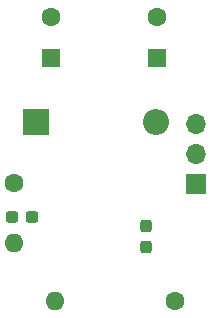
<source format=gbr>
%TF.GenerationSoftware,KiCad,Pcbnew,7.0.1*%
%TF.CreationDate,2023-05-04T19:01:16-07:00*%
%TF.ProjectId,LM2597-Fixed,4c4d3235-3937-42d4-9669-7865642e6b69,rev?*%
%TF.SameCoordinates,Original*%
%TF.FileFunction,Soldermask,Bot*%
%TF.FilePolarity,Negative*%
%FSLAX46Y46*%
G04 Gerber Fmt 4.6, Leading zero omitted, Abs format (unit mm)*
G04 Created by KiCad (PCBNEW 7.0.1) date 2023-05-04 19:01:16*
%MOMM*%
%LPD*%
G01*
G04 APERTURE LIST*
G04 Aperture macros list*
%AMRoundRect*
0 Rectangle with rounded corners*
0 $1 Rounding radius*
0 $2 $3 $4 $5 $6 $7 $8 $9 X,Y pos of 4 corners*
0 Add a 4 corners polygon primitive as box body*
4,1,4,$2,$3,$4,$5,$6,$7,$8,$9,$2,$3,0*
0 Add four circle primitives for the rounded corners*
1,1,$1+$1,$2,$3*
1,1,$1+$1,$4,$5*
1,1,$1+$1,$6,$7*
1,1,$1+$1,$8,$9*
0 Add four rect primitives between the rounded corners*
20,1,$1+$1,$2,$3,$4,$5,0*
20,1,$1+$1,$4,$5,$6,$7,0*
20,1,$1+$1,$6,$7,$8,$9,0*
20,1,$1+$1,$8,$9,$2,$3,0*%
G04 Aperture macros list end*
%ADD10C,1.600000*%
%ADD11O,1.600000X1.600000*%
%ADD12R,2.200000X2.200000*%
%ADD13O,2.200000X2.200000*%
%ADD14R,1.600000X1.600000*%
%ADD15R,1.700000X1.700000*%
%ADD16O,1.700000X1.700000*%
%ADD17RoundRect,0.237500X0.237500X-0.300000X0.237500X0.300000X-0.237500X0.300000X-0.237500X-0.300000X0*%
%ADD18RoundRect,0.237500X0.300000X0.237500X-0.300000X0.237500X-0.300000X-0.237500X0.300000X-0.237500X0*%
G04 APERTURE END LIST*
D10*
%TO.C,L1*%
X161334161Y-107019396D03*
D11*
X151174161Y-107019396D03*
%TD*%
D12*
%TO.C,D1*%
X149579492Y-91907963D03*
D13*
X159739492Y-91907963D03*
%TD*%
D10*
%TO.C,R1*%
X147766141Y-97044385D03*
D11*
X147766141Y-102124385D03*
%TD*%
D14*
%TO.C,C4*%
X159810912Y-86476788D03*
D10*
X159810912Y-82976788D03*
%TD*%
D14*
%TO.C,C3*%
X150853605Y-86476788D03*
D10*
X150853605Y-82976788D03*
%TD*%
D15*
%TO.C,J1*%
X163118369Y-97073471D03*
D16*
X163118369Y-94533471D03*
X163118369Y-91993471D03*
%TD*%
D17*
%TO.C,C2*%
X158921252Y-102417681D03*
X158921252Y-100692681D03*
%TD*%
D18*
%TO.C,C1*%
X149278200Y-99878808D03*
X147553200Y-99878808D03*
%TD*%
M02*

</source>
